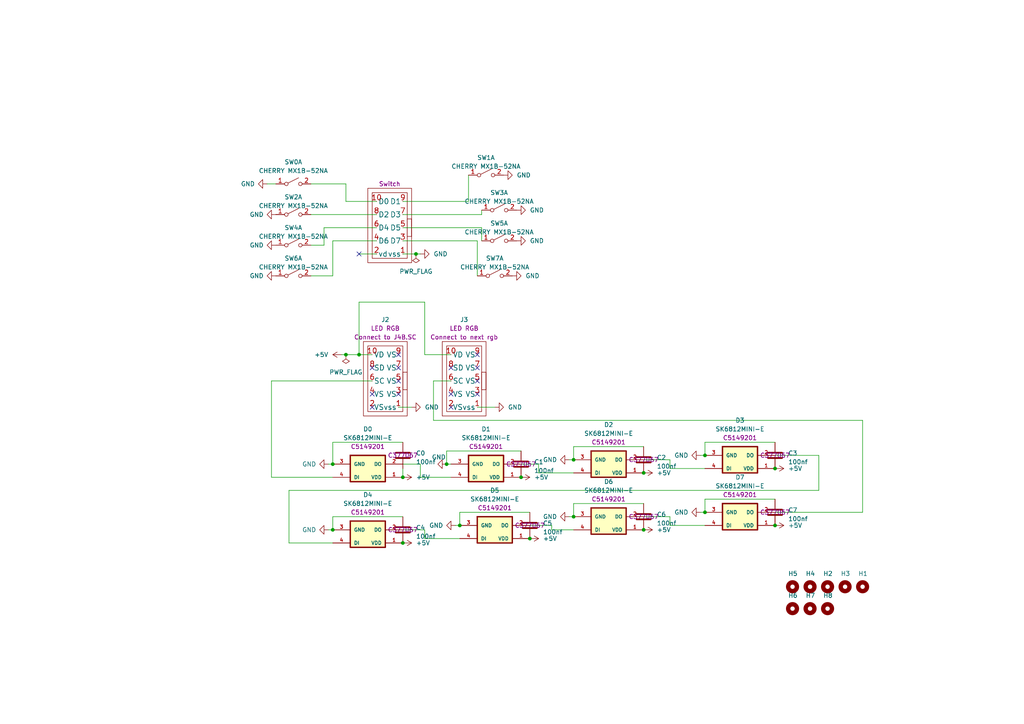
<source format=kicad_sch>
(kicad_sch (version 20231120) (generator "eeschema") (generator_version "8.0")
  (paper "A4")
  (lib_symbols
    (symbol "IDC-Header_2x05_P2.54mm_Vertical_1"
      (property "Reference" "J2" (at 0 17.78 0))
      (property "Champ4" "LED RGB" (at 0 15.24 0))
      (property "Champ5" "Connect to J4B.SC" (at 0 12.7 0))
      (symbol "IDC-Header_2x05_P2.54mm_Vertical_1_0_1"
        (rectangle (start -6.35 -10.16) (end 6.35 11.43))
        (rectangle (start -5.08 -8.89) (end 5.08 10.16))
        (rectangle (start 5.08 -2.54) (end 6.35 2.54))
      )
      (symbol "IDC-Header_2x05_P2.54mm_Vertical_1_1_1"
        (pin passive line (at 3.81 -7.62 180) (length 0) (name "vss") (number "1"))
        (pin passive line (at -3.81 7.62 0) (length 0) (name "VD") (number "10"))
        (pin passive line (at -3.81 -7.62 0) (length 0) (name "VS") (number "2"))
        (pin passive line (at 3.81 -3.81 180) (length 0) (name "VS") (number "3"))
        (pin passive line (at -3.81 -3.81 0) (length 0) (name "VS") (number "4"))
        (pin passive line (at 3.81 0 180) (length 0) (name "VS") (number "5"))
        (pin passive line (at -3.81 0 0) (length 0) (name "SC") (number "6"))
        (pin passive line (at 3.81 3.81 180) (length 0) (name "VS") (number "7"))
        (pin passive line (at -3.81 3.81 0) (length 0) (name "SD") (number "8"))
        (pin passive line (at 3.81 7.62 180) (length 0) (name "VS") (number "9"))
      )
    )
    (symbol "Mechanical:MountingHole" (pin_names (offset 1.016))
      (property "Reference" "H" (at 0 5.08 0))
      (property "Value" "MountingHole" (at 0 3.175 0))
      (symbol "MountingHole_0_1"
        (circle (center 0 0) (radius 1.27) (stroke (width 1.27)))
      )
    )
    (symbol "Switch:SW_DPST_x2" (pin_names (offset 0) hide)
      (property "Reference" "SW" (at 0 3.175 0))
      (property "Value" "SW_DPST_x2" (at 0 -2.54 0))
      (symbol "SW_DPST_x2_0_0"
        (circle (center -2.032 0) (radius 0.508))
        (polyline (pts (xy -1.524 0.254) (xy 1.524 1.778)))
        (circle (center 2.032 0) (radius 0.508))
      )
      (symbol "SW_DPST_x2_1_1"
        (pin passive line (at -5.08 0 0) (length 2.54) (name "A") (number "1"))
        (pin passive line (at 5.08 0 180) (length 2.54) (name "B") (number "2"))
      )
      (symbol "SW_DPST_x2_2_1"
        (pin passive line (at -5.08 0 0) (length 2.54) (name "A") (number "3"))
        (pin passive line (at 5.08 0 180) (length 2.54) (name "B") (number "4"))
      )
    )
    (symbol "ksir:SK6812MINI" (pin_names (offset 1.016))
      (property "Reference" "D1" (at 0 8.89 0))
      (property "Value" "SK6812MINI" (at 0 6.35 0))
      (property "JLCPCB Part #" "C2976072" (at 0 0 0))
      (symbol "SK6812MINI_0_0"
        (rectangle (start -5.08 3.81) (end 5.08 -3.81) (stroke (width 0.4064)) (fill (type background)))
      )
      (symbol "SK6812MINI_1_0"
        (pin power_in line (at 10.16 -2.54 180) (length 5.08) (name "VDD") (number "1"))
        (pin output line (at 10.16 1.27 180) (length 5.08) (name "DO") (number "2"))
        (pin power_in line (at -10.16 1.27 0) (length 5.08) (name "GND") (number "3"))
        (pin input line (at -10.16 -2.54 0) (length 5.08) (name "DI") (number "4"))
      )
    )
    (symbol "ksir_2023:C-100nf" (pin_numbers hide) (pin_names (offset 0.254))
      (property "Reference" "C1" (at 3.81 1.2701 0))
      (property "Value" "100nf" (at 3.81 -1.2699 0))
      (symbol "C-100nf_0_1"
        (polyline (pts (xy -2.032 -0.762) (xy 2.032 -0.762)) (stroke (width 0.508)))
        (polyline (pts (xy -2.032 0.762) (xy 2.032 0.762)) (stroke (width 0.508)))
      )
      (symbol "C-100nf_1_1"
        (pin passive line (at 0 3.81 270) (length 2.794) (name "~") (number "1"))
        (pin passive line (at 0 -3.81 90) (length 2.794) (name "~") (number "2"))
      )
    )
    (symbol "ksir_2023:IDC-Header_2x05_P2.54mm_Vertical"
      (property "Reference" "J?" (at 0 16.51 0))
      (property "Value" "IDC-Header_2x05_P2.54mm_Vertical" (at 0 13.97 0))
      (symbol "IDC-Header_2x05_P2.54mm_Vertical_0_1"
        (rectangle (start -6.35 -10.16) (end 6.35 11.43))
        (rectangle (start -5.08 -8.89) (end 5.08 10.16))
        (rectangle (start 5.08 -2.54) (end 6.35 2.54))
      )
      (symbol "IDC-Header_2x05_P2.54mm_Vertical_1_1"
        (pin passive line (at 3.81 -7.62 180) (length 0) (name "vss") (number "1"))
        (pin passive line (at -3.81 7.62 0) (length 0) (name "D0") (number "10"))
        (pin passive line (at -3.81 -7.62 0) (length 0) (name "vd") (number "2"))
        (pin passive line (at 3.81 -3.81 180) (length 0) (name "D7") (number "3"))
        (pin passive line (at -3.81 -3.81 0) (length 0) (name "D6") (number "4"))
        (pin passive line (at 3.81 0 180) (length 0) (name "D5") (number "5"))
        (pin passive line (at -3.81 0 0) (length 0) (name "D4") (number "6"))
        (pin passive line (at 3.81 3.81 180) (length 0) (name "D3") (number "7"))
        (pin passive line (at -3.81 3.81 0) (length 0) (name "D2") (number "8"))
        (pin passive line (at 3.81 7.62 180) (length 0) (name "D1") (number "9"))
      )
    )
    (symbol "power:+5V" (power) (pin_names (offset 0))
      (property "Value" "+5V" (at 0 3.556 0))
      (symbol "+5V_0_1"
        (polyline (pts (xy -0.762 1.27) (xy 0 2.54)))
        (polyline (pts (xy 0 0) (xy 0 2.54)))
        (polyline (pts (xy 0 2.54) (xy 0.762 1.27)))
      )
      (symbol "+5V_1_1"
        (pin power_in line (at 0 0 90) (length 0) hide (name "+5V") (number "1"))
      )
    )
    (symbol "power:GND" (power) (pin_names (offset 0))
      (property "Value" "GND" (at 0 -3.81 0))
      (symbol "GND_0_1"
        (polyline (pts (xy 0 0) (xy 0 -1.27) (xy 1.27 -1.27) (xy 0 -2.54) (xy -1.27 -1.27) (xy 0 -1.27)))
      )
      (symbol "GND_1_1"
        (pin power_in line (at 0 0 270) (length 0) hide (name "GND") (number "1"))
      )
    )
    (symbol "power:PWR_FLAG" (power) (pin_numbers hide) (pin_names (offset 0) hide)
      (property "Value" "PWR_FLAG" (at 0 3.81 0))
      (symbol "PWR_FLAG_0_0"
        (pin power_out line (at 0 0 90) (length 0) (name "pwr") (number "1"))
      )
      (symbol "PWR_FLAG_0_1"
        (polyline (pts (xy 0 0) (xy 0 1.27) (xy -1.016 1.905) (xy 0 2.54) (xy 1.016 1.905) (xy 0 1.27)))
      )
    )
  )
  (junction (at 129.54 134.62))
  (junction (at 104.14 102.87))
  (junction (at 133.35 152.4))
  (junction (at 153.67 156.21))
  (junction (at 100.33 102.87))
  (junction (at 96.52 134.62))
  (junction (at 166.37 149.86))
  (junction (at 224.79 135.89))
  (junction (at 116.84 138.43))
  (junction (at 186.69 153.67))
  (junction (at 96.52 153.67))
  (junction (at 186.69 137.16))
  (junction (at 116.84 157.48))
  (junction (at 166.37 133.35))
  (junction (at 224.79 152.4))
  (junction (at 204.47 148.59))
  (junction (at 120.65 73.66))
  (junction (at 151.13 138.43))
  (junction (at 204.47 132.08))
  (no_connect (at 115.57 102.87))
  (no_connect (at 138.43 102.87))
  (no_connect (at 107.95 106.68))
  (no_connect (at 115.57 114.3))
  (no_connect (at 115.57 110.49))
  (no_connect (at 104.14 73.66))
  (no_connect (at 138.43 114.3))
  (no_connect (at 115.57 106.68))
  (no_connect (at 130.81 118.11))
  (no_connect (at 138.43 110.49))
  (no_connect (at 130.81 106.68))
  (no_connect (at 138.43 106.68))
  (no_connect (at 107.95 114.3))
  (no_connect (at 130.81 114.3))
  (no_connect (at 107.95 118.11))
  (wire (pts (xy 95.25 153.67) (xy 96.52 153.67)))
  (wire (pts (xy 224.79 128.27) (xy 204.47 128.27)))
  (wire (pts (xy 100.33 58.42) (xy 100.33 53.34)))
  (wire (pts (xy 166.37 129.54) (xy 166.37 133.35)))
  (wire (pts (xy 194.31 149.86) (xy 194.31 152.4)))
  (wire (pts (xy 130.81 102.87) (xy 123.19 102.87)))
  (wire (pts (xy 78.74 110.49) (xy 78.74 138.43)))
  (wire (pts (xy 224.79 148.59) (xy 250.19 148.59)))
  (wire (pts (xy 104.14 102.87) (xy 107.95 102.87)))
  (wire (pts (xy 100.33 53.34) (xy 90.17 53.34)))
  (wire (pts (xy 83.82 142.24) (xy 83.82 157.48)))
  (wire (pts (xy 194.31 152.4) (xy 204.47 152.4)))
  (wire (pts (xy 104.14 87.63) (xy 104.14 102.87)))
  (wire (pts (xy 151.13 130.81) (xy 129.54 130.81)))
  (wire (pts (xy 138.43 69.85) (xy 138.43 80.01)))
  (wire (pts (xy 186.69 129.54) (xy 166.37 129.54)))
  (wire (pts (xy 153.67 152.4) (xy 160.02 152.4)))
  (wire (pts (xy 203.2 132.08) (xy 204.47 132.08)))
  (wire (pts (xy 96.52 128.27) (xy 96.52 134.62)))
  (wire (pts (xy 160.02 153.67) (xy 166.37 153.67)))
  (wire (pts (xy 160.02 152.4) (xy 160.02 153.67)))
  (wire (pts (xy 116.84 66.04) (xy 139.7 66.04)))
  (wire (pts (xy 116.84 135.89) (xy 116.84 138.43)))
  (wire (pts (xy 204.47 128.27) (xy 204.47 132.08)))
  (wire (pts (xy 166.37 146.05) (xy 166.37 149.86)))
  (wire (pts (xy 119.38 118.11) (xy 115.57 118.11)))
  (wire (pts (xy 90.17 80.01) (xy 96.52 80.01)))
  (wire (pts (xy 123.19 102.87) (xy 123.19 87.63)))
  (wire (pts (xy 99.06 102.87) (xy 100.33 102.87)))
  (wire (pts (xy 77.47 53.34) (xy 80.01 53.34)))
  (wire (pts (xy 125.73 121.92) (xy 125.73 110.49)))
  (wire (pts (xy 139.7 66.04) (xy 139.7 69.85)))
  (wire (pts (xy 125.73 110.49) (xy 130.81 110.49)))
  (wire (pts (xy 156.21 137.16) (xy 166.37 137.16)))
  (wire (pts (xy 203.2 148.59) (xy 204.47 148.59)))
  (wire (pts (xy 153.67 148.59) (xy 133.35 148.59)))
  (wire (pts (xy 133.35 148.59) (xy 133.35 152.4)))
  (wire (pts (xy 186.69 146.05) (xy 166.37 146.05)))
  (wire (pts (xy 83.82 157.48) (xy 96.52 157.48)))
  (wire (pts (xy 121.92 73.66) (xy 120.65 73.66)))
  (wire (pts (xy 123.19 87.63) (xy 104.14 87.63)))
  (wire (pts (xy 116.84 149.86) (xy 96.52 149.86)))
  (wire (pts (xy 96.52 80.01) (xy 96.52 69.85)))
  (wire (pts (xy 116.84 134.62) (xy 121.92 134.62)))
  (wire (pts (xy 95.25 134.62) (xy 96.52 134.62)))
  (wire (pts (xy 93.98 66.04) (xy 109.22 66.04)))
  (wire (pts (xy 100.33 102.87) (xy 104.14 102.87)))
  (wire (pts (xy 186.69 133.35) (xy 194.31 133.35)))
  (wire (pts (xy 194.31 135.89) (xy 204.47 135.89)))
  (wire (pts (xy 143.51 118.11) (xy 138.43 118.11)))
  (wire (pts (xy 123.19 156.21) (xy 133.35 156.21)))
  (wire (pts (xy 109.22 58.42) (xy 100.33 58.42)))
  (wire (pts (xy 151.13 134.62) (xy 156.21 134.62)))
  (wire (pts (xy 123.19 153.67) (xy 123.19 156.21)))
  (wire (pts (xy 96.52 69.85) (xy 109.22 69.85)))
  (wire (pts (xy 78.74 138.43) (xy 96.52 138.43)))
  (wire (pts (xy 186.69 149.86) (xy 194.31 149.86)))
  (wire (pts (xy 129.54 134.62) (xy 130.81 134.62)))
  (wire (pts (xy 120.65 73.66) (xy 116.84 73.66)))
  (wire (pts (xy 116.84 62.23) (xy 139.7 62.23)))
  (wire (pts (xy 237.49 142.24) (xy 83.82 142.24)))
  (wire (pts (xy 250.19 121.92) (xy 125.73 121.92)))
  (wire (pts (xy 224.79 144.78) (xy 204.47 144.78)))
  (wire (pts (xy 237.49 132.08) (xy 237.49 142.24)))
  (wire (pts (xy 121.92 138.43) (xy 130.81 138.43)))
  (wire (pts (xy 194.31 133.35) (xy 194.31 135.89)))
  (wire (pts (xy 116.84 58.42) (xy 135.89 58.42)))
  (wire (pts (xy 204.47 144.78) (xy 204.47 148.59)))
  (wire (pts (xy 165.1 149.86) (xy 166.37 149.86)))
  (wire (pts (xy 116.84 153.67) (xy 123.19 153.67)))
  (wire (pts (xy 224.79 132.08) (xy 237.49 132.08)))
  (wire (pts (xy 116.84 128.27) (xy 96.52 128.27)))
  (wire (pts (xy 250.19 148.59) (xy 250.19 121.92)))
  (wire (pts (xy 90.17 62.23) (xy 109.22 62.23)))
  (wire (pts (xy 139.7 62.23) (xy 139.7 60.96)))
  (wire (pts (xy 121.92 134.62) (xy 121.92 138.43)))
  (wire (pts (xy 107.95 110.49) (xy 78.74 110.49)))
  (wire (pts (xy 135.89 58.42) (xy 135.89 50.8)))
  (wire (pts (xy 116.84 69.85) (xy 138.43 69.85)))
  (wire (pts (xy 132.08 152.4) (xy 133.35 152.4)))
  (wire (pts (xy 96.52 149.86) (xy 96.52 153.67)))
  (wire (pts (xy 156.21 134.62) (xy 156.21 137.16)))
  (wire (pts (xy 90.17 71.12) (xy 93.98 71.12)))
  (wire (pts (xy 129.54 130.81) (xy 129.54 134.62)))
  (wire (pts (xy 104.14 73.66) (xy 109.22 73.66)))
  (wire (pts (xy 93.98 71.12) (xy 93.98 66.04)))
  (wire (pts (xy 165.1 133.35) (xy 166.37 133.35)))
  (symbol (lib_id "power:GND") (at 80.01 62.23 270) (unit 1)
    (property "Reference" "#PWR01" (effects (hide yes)))
    (property "Value" "GND" (at 72.39 62.23 90) (effects (justify left)))
  )
  (symbol (lib_id "power:PWR_FLAG") (at 120.65 73.66 180) (unit 1)
    (property "Reference" "#FLG02" (effects (hide yes)))
    (property "Value" "PWR_FLAG" (at 120.65 78.74 0))
  )
  (symbol (lib_id "Switch:SW_DPST_x2") (at 140.97 50.8 0) (unit 1)
    (property "Reference" "SW1" (at 140.97 45.72 0))
    (property "Value" "CHERRY MX1B-52NA" (at 140.97 48.26 0))
    (property "Footprint" "ksir 2022:SW_Alps_Matias_1.00u_cherry_LP" (effects (hide yes)))
  )
  (symbol (lib_id "ksir:SK6812MINI") (at 176.53 151.13 0) (unit 1)
    (property "Reference" "D6" (at 176.53 139.7 0))
    (property "Value" "SK6812MINI-E" (at 176.53 142.24 0))
    (property "Footprint" "ksir 2022:SK6812-MINI-E" (effects (hide yes)))
    (property "STANDARD" "Manufacturer Recommendations" (effects (hide yes)))
    (property "MANUFACTURER" "Worldsemi" (effects (hide yes)))
    (property "JLCPCB Part #" "C5149201" (at 176.53 144.78 0))
  )
  (symbol (lib_id "ksir:SK6812MINI") (at 176.53 134.62 0) (unit 1)
    (property "Reference" "D2" (at 176.53 123.19 0))
    (property "Value" "SK6812MINI-E" (at 176.53 125.73 0))
    (property "Footprint" "ksir 2022:SK6812-MINI-E" (effects (hide yes)))
    (property "STANDARD" "Manufacturer Recommendations" (effects (hide yes)))
    (property "MANUFACTURER" "Worldsemi" (effects (hide yes)))
    (property "JLCPCB Part #" "C5149201" (at 176.53 128.27 0))
  )
  (symbol (lib_id "power:GND") (at 165.1 149.86 270) (unit 1)
    (property "Reference" "#PWR0127" (effects (hide yes)))
    (property "Value" "GND" (at 157.48 149.86 90) (effects (justify left)))
  )
  (symbol (lib_id "ksir:SK6812MINI") (at 106.68 154.94 0) (unit 1)
    (property "Reference" "D4" (at 106.68 143.51 0))
    (property "Value" "SK6812MINI-E" (at 106.68 146.05 0))
    (property "Footprint" "ksir 2022:SK6812-MINI-E" (effects (hide yes)))
    (property "STANDARD" "Manufacturer Recommendations" (effects (hide yes)))
    (property "MANUFACTURER" "Worldsemi" (effects (hide yes)))
    (property "JLCPCB Part #" "C5149201" (at 106.68 148.59 0))
  )
  (symbol (lib_id "power:+5V") (at 116.84 138.43 270) (unit 1)
    (property "Reference" "#PWR0112" (effects (hide yes)))
    (property "Value" "+5V" (at 120.65 138.4299 90) (effects (justify left)))
  )
  (symbol (lib_id "ksir:SK6812MINI") (at 214.63 149.86 0) (unit 1)
    (property "Reference" "D7" (at 214.63 138.43 0))
    (property "Value" "SK6812MINI-E" (at 214.63 140.97 0))
    (property "Footprint" "ksir 2022:SK6812-MINI-E" (effects (hide yes)))
    (property "STANDARD" "Manufacturer Recommendations" (effects (hide yes)))
    (property "MANUFACTURER" "Worldsemi" (effects (hide yes)))
    (property "JLCPCB Part #" "C5149201" (at 214.63 143.51 0))
  )
  (symbol (lib_id "ksir_2023:C-100nf") (at 116.84 132.08 0) (unit 1)
    (property "Reference" "C0" (at 120.65 131.445 0) (effects (justify left)))
    (property "Value" "100nf" (at 120.65 133.985 0) (effects (justify left)))
    (property "Footprint" "Capacitor_SMD:C_1206_3216Metric" (effects (hide yes)))
    (property "Champ4" "TCC1206X7R104M500DT" (effects (hide yes)))
    (property "JLCPCB Part #" "C377067" (at 116.84 132.08 0))
  )
  (symbol (lib_id "Switch:SW_DPST_x2") (at 85.09 62.23 0) (unit 1)
    (property "Reference" "SW2" (at 85.09 57.15 0))
    (property "Value" "CHERRY MX1B-52NA" (at 85.09 59.69 0))
    (property "Footprint" "ksir 2022:SW_Alps_Matias_1.00u_cherry_LP" (effects (hide yes)))
  )
  (symbol (lib_id "power:+5V") (at 153.67 156.21 270) (unit 1)
    (property "Reference" "#PWR0126" (effects (hide yes)))
    (property "Value" "+5V" (at 157.48 156.2099 90) (effects (justify left)))
  )
  (symbol (lib_id "power:GND") (at 95.25 134.62 270) (unit 1)
    (property "Reference" "#PWR0114" (effects (hide yes)))
    (property "Value" "GND" (at 87.63 134.62 90) (effects (justify left)))
  )
  (symbol (lib_id "ksir_2023:C-100nf") (at 116.84 153.67 0) (unit 1)
    (property "Reference" "C4" (at 120.65 153.035 0) (effects (justify left)))
    (property "Value" "100nf" (at 120.65 155.575 0) (effects (justify left)))
    (property "Footprint" "Capacitor_SMD:C_1206_3216Metric" (effects (hide yes)))
    (property "Champ4" "TCC1206X7R104M500DT" (effects (hide yes)))
    (property "JLCPCB Part #" "C377067" (at 116.84 153.67 0))
  )
  (symbol (lib_id "power:GND") (at 203.2 132.08 270) (unit 1)
    (property "Reference" "#PWR0123" (effects (hide yes)))
    (property "Value" "GND" (at 195.58 132.08 90) (effects (justify left)))
  )
  (symbol (lib_id "power:GND") (at 129.54 134.62 270) (unit 1)
    (property "Reference" "#PWR0116" (effects (hide yes)))
    (property "Value" "GND" (at 125.222 132.588 90) (effects (justify left)))
  )
  (symbol (lib_id "Switch:SW_DPST_x2") (at 144.78 69.85 0) (unit 1)
    (property "Reference" "SW5" (at 144.78 64.77 0))
    (property "Value" "CHERRY MX1B-52NA" (at 144.78 67.31 0))
    (property "Footprint" "ksir 2022:SW_Alps_Matias_1.00u_cherry_LP" (effects (hide yes)))
  )
  (symbol (lib_id "power:GND") (at 119.38 118.11 90) (unit 1)
    (property "Reference" "#PWR0128" (effects (hide yes)))
    (property "Value" "GND" (at 123.19 118.1099 90) (effects (justify right)))
  )
  (symbol (lib_id "Mechanical:MountingHole") (at 234.95 170.18 0) (unit 1)
    (property "Reference" "H4" (at 233.68 166.37 0) (effects (justify left)))
    (property "Value" "MountingHole" (effects (hide yes)))
    (property "Footprint" "MountingHole:MountingHole_3mm" (effects (hide yes)))
  )
  (symbol (lib_id "power:+5V") (at 116.84 157.48 270) (unit 1)
    (property "Reference" "#PWR0113" (effects (hide yes)))
    (property "Value" "+5V" (at 120.65 157.4799 90) (effects (justify left)))
  )
  (symbol (lib_id "Switch:SW_DPST_x2") (at 85.09 80.01 0) (unit 1)
    (property "Reference" "SW6" (at 85.09 74.93 0))
    (property "Value" "CHERRY MX1B-52NA" (at 85.09 77.47 0))
    (property "Footprint" "ksir 2022:SW_Alps_Matias_1.00u_cherry_LP" (effects (hide yes)))
  )
  (symbol (lib_id "power:+5V") (at 224.79 152.4 270) (unit 1)
    (property "Reference" "#PWR0118" (effects (hide yes)))
    (property "Value" "+5V" (at 228.6 152.3999 90) (effects (justify left)))
  )
  (symbol (lib_id "power:GND") (at 121.92 73.66 90) (unit 1)
    (property "Reference" "#PWR0101" (effects (hide yes)))
    (property "Value" "GND" (at 125.73 73.6599 90) (effects (justify right)))
  )
  (symbol (lib_id "power:GND") (at 149.86 69.85 90) (unit 1)
    (property "Reference" "#PWR06" (effects (hide yes)))
    (property "Value" "GND" (at 153.67 69.8499 90) (effects (justify right)))
  )
  (symbol (lib_id "power:GND") (at 203.2 148.59 270) (unit 1)
    (property "Reference" "#PWR0125" (effects (hide yes)))
    (property "Value" "GND" (at 195.58 148.59 90) (effects (justify left)))
  )
  (symbol (lib_id "Switch:SW_DPST_x2") (at 144.78 60.96 0) (unit 1)
    (property "Reference" "SW3" (at 144.78 55.88 0))
    (property "Value" "CHERRY MX1B-52NA" (at 144.78 58.42 0))
    (property "Footprint" "ksir 2022:SW_Alps_Matias_1.00u_cherry_LP" (effects (hide yes)))
  )
  (symbol (lib_id "Switch:SW_DPST_x2") (at 85.09 53.34 0) (unit 1)
    (property "Reference" "SW0" (at 85.09 46.99 0))
    (property "Value" "CHERRY MX1B-52NA" (at 85.09 49.53 0))
    (property "Footprint" "ksir 2022:SW_Alps_Matias_1.00u_cherry_LP" (effects (hide yes)))
  )
  (symbol (lib_id "ksir_2023:C-100nf") (at 224.79 132.08 0) (unit 1)
    (property "Reference" "C3" (at 228.6 131.445 0) (effects (justify left)))
    (property "Value" "100nf" (at 228.6 133.985 0) (effects (justify left)))
    (property "Footprint" "Capacitor_SMD:C_1206_3216Metric" (effects (hide yes)))
    (property "Champ4" "TCC1206X7R104M500DT" (effects (hide yes)))
    (property "JLCPCB Part #" "C377067" (at 224.79 132.08 0))
  )
  (symbol (lib_id "power:+5V") (at 99.06 102.87 90) (unit 1)
    (property "Reference" "#PWR0106" (effects (hide yes)))
    (property "Value" "+5V" (at 95.25 102.8699 90) (effects (justify left)))
  )
  (symbol (lib_id "power:+5V") (at 186.69 153.67 270) (unit 1)
    (property "Reference" "#PWR0122" (effects (hide yes)))
    (property "Value" "+5V" (at 190.5 153.6699 90) (effects (justify left)))
  )
  (symbol (lib_id "Mechanical:MountingHole") (at 229.87 170.18 0) (unit 1)
    (property "Reference" "H5" (at 228.6 166.37 0) (effects (justify left)))
    (property "Value" "MountingHole" (effects (hide yes)))
    (property "Footprint" "MountingHole:MountingHole_3mm" (effects (hide yes)))
  )
  (symbol (lib_name "IDC-Header_2x05_P2.54mm_Vertical_1") (lib_id "ksir_2023:IDC-Header_2x05_P2.54mm_Vertical") (at 111.76 110.49 0) (unit 1)
    (property "Reference" "J2" (at 111.76 92.71 0))
    (property "Value" "IDC-Header_2x05_P2.54mm_Vertical" (effects (hide yes)))
    (property "Footprint" "Connector_IDC:IDC-Header_2x05_P2.54mm_Vertical" (effects (hide yes)))
    (property "Champ4" "LED RGB" (at 111.76 95.25 0))
    (property "Champ5" "Connect to J4B.SC" (at 111.76 97.79 0))
  )
  (symbol (lib_id "power:GND") (at 148.59 80.01 90) (unit 1)
    (property "Reference" "#PWR07" (effects (hide yes)))
    (property "Value" "GND" (at 152.4 80.0099 90) (effects (justify right)))
  )
  (symbol (lib_id "Mechanical:MountingHole") (at 245.11 170.18 0) (unit 1)
    (property "Reference" "H3" (at 243.84 166.37 0) (effects (justify left)))
    (property "Value" "MountingHole" (effects (hide yes)))
    (property "Footprint" "MountingHole:MountingHole_3mm" (effects (hide yes)))
  )
  (symbol (lib_id "power:GND") (at 146.05 50.8 90) (unit 1)
    (property "Reference" "#PWR04" (effects (hide yes)))
    (property "Value" "GND" (at 149.86 50.7999 90) (effects (justify right)))
  )
  (symbol (lib_id "power:PWR_FLAG") (at 100.33 102.87 180) (unit 1)
    (property "Reference" "#FLG03" (effects (hide yes)))
    (property "Value" "PWR_FLAG" (at 100.33 107.95 0))
  )
  (symbol (lib_id "ksir_2023:C-100nf") (at 186.69 133.35 0) (unit 1)
    (property "Reference" "C2" (at 190.5 132.715 0) (effects (justify left)))
    (property "Value" "100nf" (at 190.5 135.255 0) (effects (justify left)))
    (property "Footprint" "Capacitor_SMD:C_1206_3216Metric" (effects (hide yes)))
    (property "Champ4" "TCC1206X7R104M500DT" (effects (hide yes)))
    (property "JLCPCB Part #" "C377067" (at 186.69 133.35 0))
  )
  (symbol (lib_id "power:GND") (at 77.47 53.34 270) (unit 1)
    (property "Reference" "#PWR0110" (effects (hide yes)))
    (property "Value" "GND" (at 69.85 53.34 90) (effects (justify left)))
  )
  (symbol (lib_id "ksir:SK6812MINI") (at 143.51 153.67 0) (unit 1)
    (property "Reference" "D5" (at 143.51 142.24 0))
    (property "Value" "SK6812MINI-E" (at 143.51 144.78 0))
    (property "Footprint" "ksir 2022:SK6812-MINI-E" (effects (hide yes)))
    (property "STANDARD" "Manufacturer Recommendations" (effects (hide yes)))
    (property "MANUFACTURER" "Worldsemi" (effects (hide yes)))
    (property "JLCPCB Part #" "C5149201" (at 143.51 147.32 0))
  )
  (symbol (lib_id "Mechanical:MountingHole") (at 250.19 170.18 0) (unit 1)
    (property "Reference" "H1" (at 248.92 166.37 0) (effects (justify left)))
    (property "Value" "MountingHole" (effects (hide yes)))
    (property "Footprint" "MountingHole:MountingHole_3mm" (effects (hide yes)))
  )
  (symbol (lib_id "Switch:SW_DPST_x2") (at 143.51 80.01 0) (unit 1)
    (property "Reference" "SW7" (at 143.51 74.93 0))
    (property "Value" "CHERRY MX1B-52NA" (at 143.51 77.47 0))
    (property "Footprint" "ksir 2022:SW_Alps_Matias_1.00u_cherry_LP" (effects (hide yes)))
  )
  (symbol (lib_id "power:GND") (at 132.08 152.4 270) (unit 1)
    (property "Reference" "#PWR0117" (effects (hide yes)))
    (property "Value" "GND" (at 124.46 152.4 90) (effects (justify left)))
  )
  (symbol (lib_id "power:+5V") (at 151.13 138.43 270) (unit 1)
    (property "Reference" "#PWR0120" (effects (hide yes)))
    (property "Value" "+5V" (at 154.94 138.4299 90) (effects (justify left)))
  )
  (symbol (lib_id "ksir:SK6812MINI") (at 106.68 135.89 0) (unit 1)
    (property "Reference" "D0" (at 106.68 124.46 0))
    (property "Value" "SK6812MINI-E" (at 106.68 127 0))
    (property "Footprint" "ksir 2022:SK6812-MINI-E" (effects (hide yes)))
    (property "STANDARD" "Manufacturer Recommendations" (effects (hide yes)))
    (property "MANUFACTURER" "Worldsemi" (effects (hide yes)))
    (property "JLCPCB Part #" "C5149201" (at 106.68 129.54 0))
  )
  (symbol (lib_id "Switch:SW_DPST_x2") (at 85.09 71.12 0) (unit 1)
    (property "Reference" "SW4" (at 85.09 66.04 0))
    (property "Value" "CHERRY MX1B-52NA" (at 85.09 68.58 0))
    (property "Footprint" "ksir 2022:SW_Alps_Matias_1.00u_cherry_LP" (effects (hide yes)))
  )
  (symbol (lib_id "ksir:SK6812MINI") (at 140.97 135.89 0) (unit 1)
    (property "Reference" "D1" (at 140.97 124.46 0))
    (property "Value" "SK6812MINI-E" (at 140.97 127 0))
    (property "Footprint" "ksir 2022:SK6812-MINI-E" (effects (hide yes)))
    (property "STANDARD" "Manufacturer Recommendations" (effects (hide yes)))
    (property "MANUFACTURER" "Worldsemi" (effects (hide yes)))
    (property "JLCPCB Part #" "C5149201" (at 140.97 129.54 0))
  )
  (symbol (lib_id "Mechanical:MountingHole") (at 240.03 176.53 0) (unit 1)
    (property "Reference" "H8" (at 238.76 172.72 0) (effects (justify left)))
    (property "Value" "MountingHole" (effects (hide yes)))
    (property "Footprint" "MountingHole:MountingHole_3mm" (effects (hide yes)))
  )
  (symbol (lib_id "power:GND") (at 80.01 80.01 270) (unit 1)
    (property "Reference" "#PWR03" (effects (hide yes)))
    (property "Value" "GND" (at 72.39 80.01 90) (effects (justify left)))
  )
  (symbol (lib_id "power:GND") (at 165.1 133.35 270) (unit 1)
    (property "Reference" "#PWR0121" (effects (hide yes)))
    (property "Value" "GND" (at 157.48 133.35 90) (effects (justify left)))
  )
  (symbol (lib_id "ksir_2023:IDC-Header_2x05_P2.54mm_Vertical") (at 113.03 66.04 0) (unit 1)
    (property "Reference" "J1" (effects (hide yes)))
    (property "Value" "IDC-Header_2x05_P2.54mm_Vertical" (effects (hide yes)))
    (property "Footprint" "Connector_IDC:IDC-Header_2x05_P2.54mm_Vertical" (effects (hide yes)))
    (property "Champ4" "Switch" (at 113.03 53.34 0))
  )
  (symbol (lib_id "Mechanical:MountingHole") (at 229.87 176.53 0) (unit 1)
    (property "Reference" "H6" (at 228.6 172.72 0) (effects (justify left)))
    (property "Value" "MountingHole" (effects (hide yes)))
    (property "Footprint" "MountingHole:MountingHole_3mm" (effects (hide yes)))
  )
  (symbol (lib_id "ksir_2023:C-100nf") (at 151.13 134.62 0) (unit 1)
    (property "Reference" "C1" (at 154.94 133.985 0) (effects (justify left)))
    (property "Value" "100nf" (at 154.94 136.525 0) (effects (justify left)))
    (property "Footprint" "Capacitor_SMD:C_1206_3216Metric" (effects (hide yes)))
    (property "Champ4" "TCC1206X7R104M500DT" (effects (hide yes)))
    (property "JLCPCB Part #" "C377067" (at 151.13 134.62 0))
  )
  (symbol (lib_id "ksir:SK6812MINI") (at 214.63 133.35 0) (unit 1)
    (property "Reference" "D3" (at 214.63 121.92 0))
    (property "Value" "SK6812MINI-E" (at 214.63 124.46 0))
    (property "Footprint" "ksir 2022:SK6812-MINI-E" (effects (hide yes)))
    (property "STANDARD" "Manufacturer Recommendations" (effects (hide yes)))
    (property "MANUFACTURER" "Worldsemi" (effects (hide yes)))
    (property "JLCPCB Part #" "C5149201" (at 214.63 127 0))
  )
  (symbol (lib_id "power:+5V") (at 224.79 135.89 270) (unit 1)
    (property "Reference" "#PWR0119" (effects (hide yes)))
    (property "Value" "+5V" (at 228.6 135.8899 90) (effects (justify left)))
  )
  (symbol (lib_id "power:GND") (at 95.25 153.67 270) (unit 1)
    (property "Reference" "#PWR0115" (effects (hide yes)))
    (property "Value" "GND" (at 87.63 153.67 90) (effects (justify left)))
  )
  (symbol (lib_id "power:+5V") (at 186.69 137.16 270) (unit 1)
    (property "Reference" "#PWR0124" (effects (hide yes)))
    (property "Value" "+5V" (at 190.5 137.1599 90) (effects (justify left)))
  )
  (symbol (lib_id "ksir_2023:C-100nf") (at 153.67 152.4 0) (unit 1)
    (property "Reference" "C5" (at 157.48 151.765 0) (effects (justify left)))
    (property "Value" "100nf" (at 157.48 154.305 0) (effects (justify left)))
    (property "Footprint" "Capacitor_SMD:C_1206_3216Metric" (effects (hide yes)))
    (property "Champ4" "TCC1206X7R104M500DT" (effects (hide yes)))
    (property "JLCPCB Part #" "C377067" (at 153.67 152.4 0))
  )
  (symbol (lib_id "ksir_2023:C-100nf") (at 224.79 148.59 0) (unit 1)
    (property "Reference" "C7" (at 228.6 147.955 0) (effects (justify left)))
    (property "Value" "100nf" (at 228.6 150.495 0) (effects (justify left)))
    (property "Footprint" "Capacitor_SMD:C_1206_3216Metric" (effects (hide yes)))
    (property "Champ4" "TCC1206X7R104M500DT" (effects (hide yes)))
    (property "JLCPCB Part #" "C377067" (at 224.79 148.59 0))
  )
  (symbol (lib_id "Mechanical:MountingHole") (at 240.03 170.18 0) (unit 1)
    (property "Reference" "H2" (at 238.76 166.37 0) (effects (justify left)))
    (property "Value" "MountingHole" (effects (hide yes)))
    (property "Footprint" "MountingHole:MountingHole_3mm" (effects (hide yes)))
  )
  (symbol (lib_id "Mechanical:MountingHole") (at 234.95 176.53 0) (unit 1)
    (property "Reference" "H7" (at 233.68 172.72 0) (effects (justify left)))
    (property "Value" "MountingHole" (effects (hide yes)))
    (property "Footprint" "MountingHole:MountingHole_3mm" (effects (hide yes)))
  )
  (symbol (lib_name "IDC-Header_2x05_P2.54mm_Vertical_1") (lib_id "ksir_2023:IDC-Header_2x05_P2.54mm_Vertical") (at 134.62 110.49 0) (unit 1)
    (property "Reference" "J3" (at 134.62 92.71 0))
    (property "Value" "IDC-Header_2x05_P2.54mm_Vertical" (effects (hide yes)))
    (property "Footprint" "Connector_IDC:IDC-Header_2x05_P2.54mm_Vertical" (effects (hide yes)))
    (property "Champ4" "LED RGB" (at 134.62 95.25 0))
    (property "Champ5" "Connect to next rgb" (at 134.62 97.79 0))
  )
  (symbol (lib_id "power:GND") (at 143.51 118.11 90) (unit 1)
    (property "Reference" "#PWR0129" (effects (hide yes)))
    (property "Value" "GND" (at 147.32 118.1099 90) (effects (justify right)))
  )
  (symbol (lib_id "power:GND") (at 80.01 71.12 270) (unit 1)
    (property "Reference" "#PWR02" (effects (hide yes)))
    (property "Value" "GND" (at 72.39 71.12 90) (effects (justify left)))
  )
  (symbol (lib_id "power:GND") (at 149.86 60.96 90) (unit 1)
    (property "Reference" "#PWR05" (effects (hide yes)))
    (property "Value" "GND" (at 153.67 60.9599 90) (effects (justify right)))
  )
  (symbol (lib_id "ksir_2023:C-100nf") (at 186.69 149.86 0) (unit 1)
    (property "Reference" "C6" (at 190.5 149.225 0) (effects (justify left)))
    (property "Value" "100nf" (at 190.5 151.765 0) (effects (justify left)))
    (property "Footprint" "Capacitor_SMD:C_1206_3216Metric" (effects (hide yes)))
    (property "Champ4" "TCC1206X7R104M500DT" (effects (hide yes)))
    (property "JLCPCB Part #" "C377067" (at 186.69 149.86 0))
  )
)
</source>
